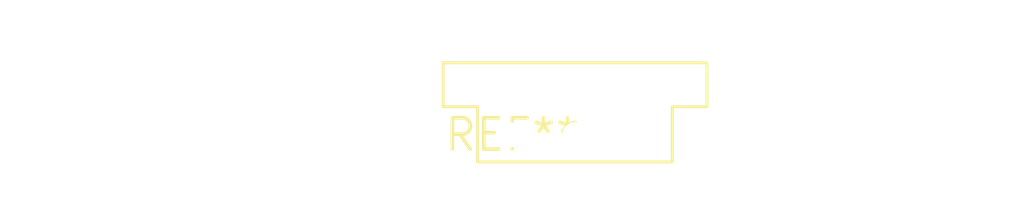
<source format=kicad_pcb>
(kicad_pcb (version 20240108) (generator pcbnew)
  (layers (0 "F.Cu" signal) (31 "B.Cu" signal) (34 "B.Paste" user) (35 "F.Paste" user) (36 "B.SilkS" user "B.Silkscreen") (37 "F.SilkS" user "F.Silkscreen") (38 "B.Mask" user) (39 "F.Mask" user) (44 "Edge.Cuts" user))
  (net 0 "")
  (footprint "Converter_DCDC_Murata_OKI-78SR_Vertical" (layer "F.Cu") (at 0 0)
    (property "Reference" "REF**")
    (property "Value" "Converter_DCDC_Murata_OKI-78SR_Vertical")
    (fp_line (start -2.79 -2.92) (end -2.79 -1.14) (layer "F.SilkS") (stroke (width 0.12)))
    (fp_line (start -1.4 -1.14) (end -2.79 -1.14) (layer "F.SilkS") (stroke (width 0.12)))
    (fp_line (start -1.4 1.1) (end -1.4 -1.14) (layer "F.SilkS") (stroke (width 0.12)))
    (fp_line (start 6.48 -1.14) (end 6.48 1.1) (layer "F.SilkS") (stroke (width 0.12)))
    (fp_line (start 6.48 1.1) (end -1.4 1.1) (layer "F.SilkS") (stroke (width 0.12)))
    (fp_line (start 7.88 -2.92) (end -2.79 -2.92) (layer "F.SilkS") (stroke (width 0.12)))
    (fp_line (start 7.88 -1.15) (end 7.88 -2.92) (layer "F.SilkS") (stroke (width 0.12)))
    (fp_line (start 7.88 -1.14) (end 6.48 -1.14) (layer "F.SilkS") (stroke (width 0.12)))
    (pad "1" thru_hole rect (at 0 0) (size 1.8 1.8) (drill 1) (layers *.Cu *.Mask) (remove_unused_layers))
    (pad "2" thru_hole circle (at 2.54 0) (size 1.8 1.8) (drill 1) (layers *.Cu *.Mask) (remove_unused_layers))
    (pad "3" thru_hole circle (at 5.08 0) (size 1.8 1.8) (drill 1) (layers *.Cu *.Mask) (remove_unused_layers))
  )
)
</source>
